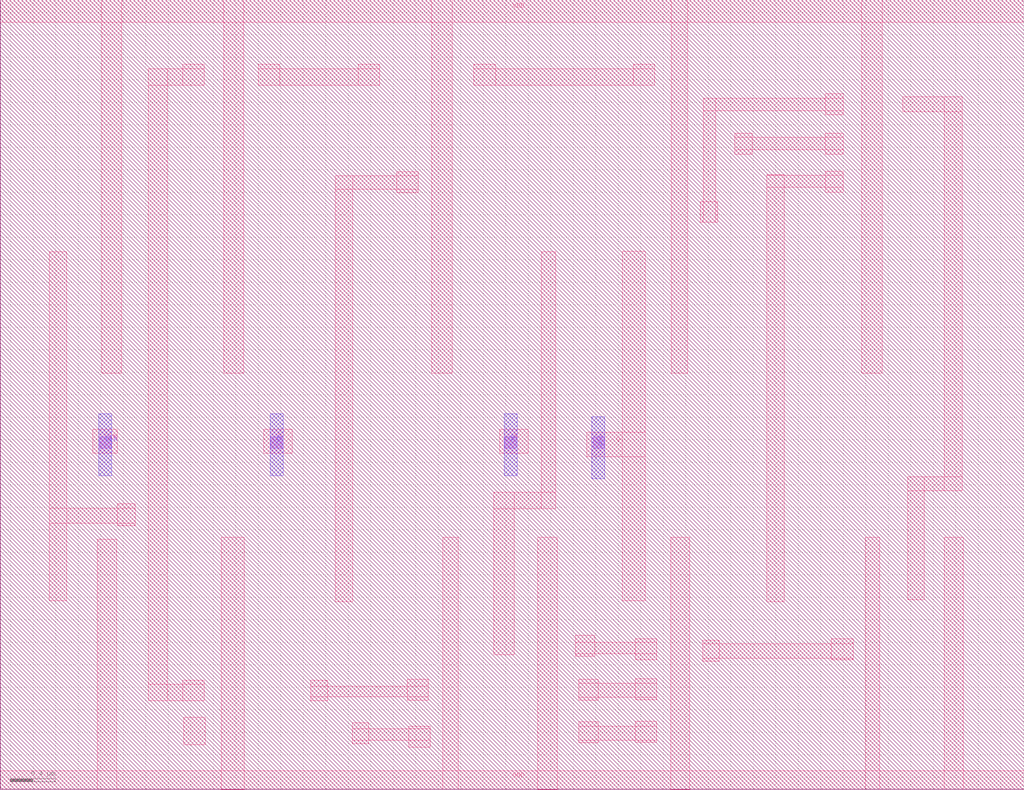
<source format=lef>
NAMESCASESENSITIVE ON ;
BUSBITCHARS "[]" ;

UNITS
  DATABASE MICRONS 1000 ;
END UNITS

MANUFACTURINGGRID 0.001 ;

DIVIDERCHAR "/" ;

LAYER M1
  TYPE ROUTING ;
  DIRECTION HORIZONTAL ;
  PITCH 0.26 0.26 ;
  WIDTH 0.09 ;
  AREA 0.042 ;
  SPACING 0.1 ;
  SPACING 0.19 RANGE 1.76 4 ;
  SPACING 0.29 RANGE 4 8 ;
  SPACING 1.05 RANGE 8 25 ;
  SPACING 1.85 RANGE 25 100000 ;
END M1

LAYER V1
  TYPE CUT ;
END V1

LAYER M2
  TYPE ROUTING ;
  DIRECTION VERTICAL ;
  PITCH 0.26 0.26 ;
  WIDTH 0.12 ;
  AREA 0.052 ;
  SPACING 0.1 ;
  SPACING 0.19 RANGE 1.76 4 ;
  SPACING 0.29 RANGE 4 8 ;
  SPACING 1.05 RANGE 8 25 ;
  SPACING 1.85 RANGE 25 100000 ;
END M2

LAYER V2
  TYPE CUT ;
END V2

LAYER M3
  TYPE ROUTING ;
  DIRECTION HORIZONTAL ;
  PITCH 0.26 0.26 ;
  WIDTH 0.12 ;
  AREA 0.052 ;
  SPACING 0.1 ;
  SPACING 0.19 RANGE 1.76 4 ;
  SPACING 0.29 RANGE 4 8 ;
  SPACING 1.05 RANGE 8 25 ;
  SPACING 1.85 RANGE 25 100000 ;
END M3

LAYER V3
  TYPE CUT ;
END V3

LAYER M4
  TYPE ROUTING ;
  DIRECTION VERTICAL ;
  PITCH 0.26 0.26 ;
  WIDTH 0.12 ;
  AREA 0.052 ;
  SPACING 0.1 ;
  SPACING 0.19 RANGE 1.76 4 ;
  SPACING 0.29 RANGE 4 8 ;
  SPACING 1.05 RANGE 8 25 ;
  SPACING 1.85 RANGE 25 100000 ;
END M4

LAYER V4
  TYPE CUT ;
END V4

LAYER M5
  TYPE ROUTING ;
  DIRECTION HORIZONTAL ;
  PITCH 0.26 0.26 ;
  WIDTH 0.12 ;
  AREA 0.052 ;
  SPACING 0.1 ;
  SPACING 0.19 RANGE 1.76 4 ;
  SPACING 0.29 RANGE 4 8 ;
  SPACING 1.05 RANGE 8 25 ;
  SPACING 1.85 RANGE 25 100000 ;
END M5

LAYER V5
  TYPE CUT ;
END V5

LAYER M6
  TYPE ROUTING ;
  DIRECTION VERTICAL ;
  PITCH 0.26 0.26 ;
  WIDTH 0.12 ;
  AREA 0.052 ;
  SPACING 0.1 ;
  SPACING 0.19 RANGE 1.76 4 ;
  SPACING 0.29 RANGE 4 8 ;
  SPACING 1.05 RANGE 8 25 ;
  SPACING 1.85 RANGE 25 100000 ;
  END M6

LAYER OVERLAP
  TYPE OVERLAP ;
END OVERLAP

SPACING
  SAMENET M1  M1    0.09 STACK ;
  SAMENET M2  M2    0.1 STACK ;
  SAMENET M3  M3    0.1 STACK ;
  SAMENET M4  M4    0.1 STACK ;
  SAMENET M5  M5    0.1 STACK ;
  SAMENET M6  M6    0.1 STACK ;
  SAMENET V1  V1    0.1 ;
  SAMENET V2  V2    0.1 ;
  SAMENET V3  V3    0.1 ;
  SAMENET V4  V4    0.1 ;
  SAMENET V5  V5    0.1 ;
  SAMENET V1  V2    0.00 STACK ;
  SAMENET V2  V3    0.00 STACK ;
  SAMENET V3  V4    0.00 STACK ;
  SAMENET V4  V5    0.00 STACK ;
  SAMENET V1  V3    0.00 STACK ;
  SAMENET V2  V4    0.00 STACK ;
  SAMENET V3  V5    0.00 STACK ;
  SAMENET V1  V4    0.00 STACK ;
  SAMENET V2  V5    0.00 STACK ;
  SAMENET V1  V5    0.00 STACK ;
END SPACING


VIA via5 DEFAULT
  LAYER M5 ;
    RECT -0.07 -0.07 0.07 0.07 ;
  LAYER V5 ;
    RECT -0.05 -0.05 0.05 0.05 ;
  LAYER M6 ;
    RECT -0.07 -0.07 0.07 0.07 ;
END via5

VIA via4 DEFAULT
  LAYER M4 ;
    RECT -0.07 -0.07 0.07 0.07 ;
  LAYER V4 ;
    RECT -0.05 -0.05 0.05 0.05 ;
  LAYER M5 ;
    RECT -0.07 -0.07 0.07 0.07 ;
END via4

VIA via3 DEFAULT
  LAYER M4 ;
    RECT -0.07 -0.07 0.07 0.07 ;
  LAYER V3 ;
    RECT -0.05 -0.05 0.05 0.05 ;
  LAYER M3 ;
    RECT -0.07 -0.07 0.07 0.07 ;
END via3

VIA via2 DEFAULT
  LAYER M3 ;
    RECT -0.07 -0.07 0.07 0.07 ;
  LAYER V2 ;
    RECT -0.05 -0.05 0.05 0.05 ;
  LAYER M2 ;
    RECT -0.07 -0.07 0.07 0.07 ;
END via2

VIA via1 DEFAULT
  LAYER M2 ;
    RECT -0.07 -0.07 0.07 0.07 ;
  LAYER V1 ;
    RECT -0.05 -0.05 0.05 0.05 ;
  LAYER M1 ;
    RECT -0.07 -0.07 0.07 0.07 ;
END via1


VIARULE via1Array GENERATE
  LAYER M1 ;
  DIRECTION HORIZONTAL ;
  OVERHANG 0.045 ;
    METALOVERHANG 0 ;
  LAYER M2 ;
  DIRECTION VERTICAL ;
    OVERHANG 0.045 ;
    METALOVERHANG 0 ;
  LAYER V1 ;
    RECT -0.05 -0.05 0.05 0.05 ;
    SPACING 0.2 BY 0.2 ;
END via1Array


VIARULE via2Array GENERATE
  LAYER M3 ;
    DIRECTION HORIZONTAL ;
    OVERHANG 0.03 ;
    METALOVERHANG 0 ;
  LAYER M2 ;
  DIRECTION VERTICAL ;
    OVERHANG 0.03 ;
    METALOVERHANG 0 ;
  LAYER V2 ;
    RECT -0.05 -0.05 0.05 0.05 ;
    SPACING 0.2 BY 0.2 ;
END via2Array


VIARULE via3Array GENERATE
  LAYER M3 ;
    DIRECTION HORIZONTAL ;
    OVERHANG 0.03 ;
    METALOVERHANG 0 ;
  LAYER M4 ;
    DIRECTION VERTICAL ;
    OVERHANG 0.03 ;
    METALOVERHANG 0 ;
  LAYER V3 ;
    RECT -0.05 -0.05 0.05 0.05 ;
    SPACING 0.2 BY 0.2 ;
END via3Array

VIARULE via4Array GENERATE
  LAYER M5 ;
    DIRECTION HORIZONTAL ;
    OVERHANG 0.03 ;
    METALOVERHANG 0 ;
  LAYER M4 ;
    DIRECTION VERTICAL ;
    OVERHANG 0.03 ;
    METALOVERHANG 0 ;
  LAYER V4 ;
    RECT -0.05 -0.05 0.05 0.05 ;
    SPACING 0.2 BY 0.2 ;
END via4Array

VIARULE via5Array GENERATE
  LAYER M5 ;
    DIRECTION HORIZONTAL ;
    OVERHANG 0.03 ;
    METALOVERHANG 0 ;
  LAYER M6 ;
    DIRECTION VERTICAL ;
    OVERHANG 0.045 ;
    METALOVERHANG 0 ;
  LAYER V5 ;
    RECT -0.05 -0.05 0.05 0.05 ;
    SPACING 0.2 BY 0.2 ;
END via5Array

VIARULE TURNM1 GENERATE
  LAYER M1 ;
    DIRECTION HORIZONTAL ;
  LAYER M1 ;
    DIRECTION VERTICAL ;
END TURNM1

VIARULE TURNM2 GENERATE
  LAYER M2 ;
    DIRECTION HORIZONTAL ;
  LAYER M2 ;
    DIRECTION VERTICAL ;
END TURNM2

VIARULE TURNM3 GENERATE
  LAYER M3 ;
    DIRECTION HORIZONTAL ;
  LAYER M3 ;
    DIRECTION VERTICAL ;
END TURNM3

VIARULE TURNM4 GENERATE
  LAYER M4 ;
    DIRECTION HORIZONTAL ;
  LAYER M4 ;
    DIRECTION VERTICAL ;
END TURNM4

VIARULE TURNM5 GENERATE
  LAYER M5 ;
    DIRECTION HORIZONTAL ;
  LAYER M5 ;
    DIRECTION VERTICAL ;
END TURNM5

VIARULE TURNM6 GENERATE
  LAYER M6 ;
    DIRECTION HORIZONTAL ;
  LAYER M6 ;
    DIRECTION VERTICAL ;
END TURNM6


SITE  CoreSite
    CLASS       CORE ;
    SYMMETRY    Y ;
    SYMMETRY    X ;
    SIZE        0.260 BY 7.02 ;
END  CoreSite

SITE  TDCoverSite
    CLASS       CORE ;
    SIZE        0.0500 BY 0.0500 ;
END  TDCoverSite

SITE  SBlockSite
    CLASS       CORE ;
    SIZE        0.0500 BY 0.0500 ;
END  SBlockSite

SITE  PortCellSite
    CLASS       PAD ;
    SIZE        0.0500 BY 0.0500 ;
END  PortCellSite

SITE  Core
    CLASS       CORE ;
    SYMMETRY    Y ;
    SYMMETRY    X ;
    SIZE        0.260 BY 7.02 ;
END  Core

MACRO AOI211
  CLASS CORE ;
  ORIGIN 10.388 8.432 ;
  FOREIGN AOI211 -10.388 -8.432 ;
  SIZE 2.6 BY 7.02 ;
  SYMMETRY X Y ;
  SITE CoreSite ;
  PIN gnd
    DIRECTION INOUT ;
    USE GROUND ;
    SHAPE ABUTMENT ;
    PORT
      LAYER M1 ;
        RECT -10.123 -8.432 -10.023 -6.195 ;
        RECT -8.788 -8.432 -8.688 -6.206 ;
        RECT -10.388 -8.432 -7.788 -8.266 ;
    END
  END gnd
  PIN vdd
    DIRECTION INOUT ;
    USE POWER ;
    SHAPE ABUTMENT ;
    PORT
      LAYER M1 ;
        RECT -8.45 -4.746 -8.35 -1.412 ;
        RECT -10.388 -1.621 -7.788 -1.412 ;
    END
  END vdd
  PIN IN_A
    DIRECTION INPUT ;
    USE SIGNAL ;
    PORT
      LAYER V1 ;
        RECT -10.037 -5.397 -9.937 -5.297 ;
      LAYER M2 ;
        RECT -10.059 -5.798 -9.934 -4.907 ;
      LAYER M1 ;
        RECT -10.096 -5.705 -9.929 -5.183 ;
    END
  END IN_A
  PIN IN_B
    DIRECTION INPUT ;
    USE SIGNAL ;
    PORT
      LAYER V1 ;
        RECT -9.552 -5.397 -9.452 -5.297 ;
      LAYER M2 ;
        RECT -9.557 -5.798 -9.452 -4.907 ;
      LAYER M1 ;
        RECT -9.568 -5.705 -9.451 -5.183 ;
    END
  END IN_B
  PIN IN_C
    DIRECTION INPUT ;
    USE SIGNAL ;
    PORT
      LAYER V1 ;
        RECT -9.244 -5.397 -9.144 -5.297 ;
      LAYER M2 ;
        RECT -9.245 -5.807 -9.131 -4.916 ;
      LAYER M1 ;
        RECT -9.261 -5.705 -9.124 -5.183 ;
    END
  END IN_C
  PIN IN_D
    DIRECTION INPUT ;
    USE SIGNAL ;
    PORT
      LAYER V1 ;
        RECT -8.73 -5.397 -8.63 -5.297 ;
      LAYER M2 ;
        RECT -8.742 -5.798 -8.612 -4.907 ;
      LAYER M1 ;
        RECT -8.768 -5.705 -8.604 -5.183 ;
    END
  END IN_D
  PIN OUT
    DIRECTION OUTPUT ;
    USE SIGNAL ;
    PORT
      LAYER V1 ;
        RECT -8.481 -5.397 -8.381 -5.297 ;
      LAYER M2 ;
        RECT -8.499 -5.885 -8.339 -4.937 ;
      LAYER M1 ;
        RECT -9.811 -6.112 -8.326 -6.012 ;
        RECT -8.481 -6.757 -8.381 -5.16 ;
        RECT -9.282 -6.747 -9.182 -6.012 ;
        RECT -9.811 -6.112 -9.711 -3.797 ;
    END
  END OUT
  OBS
    LAYER M1 ;
      RECT -10.096 -5.705 -9.929 -5.183 ;
      RECT -9.568 -5.705 -9.451 -5.183 ;
      RECT -10.092 -4.755 -9.992 -3.282 ;
      RECT -9.29 -4.736 -9.19 -3.282 ;
      RECT -10.092 -3.382 -9.19 -3.282 ;
      RECT -9.261 -5.705 -9.124 -5.183 ;
      RECT -8.768 -5.705 -8.604 -5.183 ;
      RECT -9.282 -6.747 -9.182 -6.012 ;
      RECT -9.811 -6.112 -8.326 -6.012 ;
      RECT -8.481 -6.757 -8.381 -5.16 ;
      RECT -9.811 -6.112 -9.711 -3.797 ;
      RECT -8.45 -4.746 -8.35 -1.412 ;
      RECT -10.388 -1.621 -7.788 -1.412 ;
      RECT -10.388 -8.432 -7.788 -8.266 ;
      RECT -8.788 -8.432 -8.688 -6.206 ;
      RECT -10.123 -8.432 -10.023 -6.195 ;
    LAYER V1 ;
      RECT -10.037 -5.397 -9.937 -5.297 ;
      RECT -9.552 -5.397 -9.452 -5.297 ;
      RECT -9.244 -5.397 -9.144 -5.297 ;
      RECT -8.73 -5.397 -8.63 -5.297 ;
      RECT -8.481 -5.397 -8.381 -5.297 ;
    LAYER M2 ;
      RECT -10.059 -5.798 -9.934 -4.907 ;
      RECT -9.557 -5.798 -9.452 -4.907 ;
      RECT -9.245 -5.807 -9.131 -4.916 ;
      RECT -8.742 -5.798 -8.612 -4.907 ;
      RECT -8.499 -5.885 -8.339 -4.937 ;
  END
END AOI211

MACRO AOI22
  CLASS CORE ;
  ORIGIN -4.833 0.38 ;
  FOREIGN AOI22 4.833 -0.38 ;
  SIZE 3.12 BY 7.02 ;
  SYMMETRY X Y ;
  SITE CoreSite ;
  PIN GND
    DIRECTION INOUT ;
    USE GROUND ;
    SHAPE ABUTMENT ;
    PORT
      LAYER M1 ;
        RECT 6.235 -0.38 6.407 1.856 ;
        RECT 4.833 -0.38 7.953 -0.214 ;
    END
  END GND
  PIN IN_B
    DIRECTION INPUT ;
    USE SIGNAL ;
    PORT
      LAYER V1 ;
        RECT 5.963 2.674 6.063 2.774 ;
      LAYER M2 ;
        RECT 5.948 2.404 6.077 2.954 ;
      LAYER M1 ;
        RECT 5.894 2.602 6.093 2.818 ;
    END
  END IN_B
  PIN IN_D
    DIRECTION INPUT ;
    USE SIGNAL ;
    PORT
      LAYER V1 ;
        RECT 6.483 2.674 6.583 2.774 ;
      LAYER M2 ;
        RECT 6.468 2.404 6.597 2.954 ;
      LAYER M1 ;
        RECT 6.414 2.602 6.613 2.818 ;
    END
  END IN_D
  PIN OUT
    DIRECTION OUTPUT ;
    USE SIGNAL ;
    PORT
      LAYER V1 ;
        RECT 6.738 2.674 6.838 2.774 ;
      LAYER M2 ;
        RECT 6.718 2.404 6.847 2.954 ;
      LAYER M1 ;
        RECT 7.319 1.322 7.465 2.167 ;
        RECT 5.368 1.947 7.465 2.068 ;
        RECT 6.707 1.947 6.857 4.846 ;
        RECT 5.368 1.326 5.505 2.162 ;
    END
  END OUT
  PIN VDD
    DIRECTION INOUT ;
    USE POWER ;
    SHAPE ABUTMENT ;
    PORT
      LAYER M1 ;
        RECT 5.771 3.225 5.917 6.64 ;
        RECT 4.833 6.435 7.953 6.64 ;
    END
  END VDD
  PIN IN_C
    DIRECTION INPUT ;
    USE SIGNAL ;
    PORT
      LAYER V1 ;
        RECT 7.003 2.674 7.103 2.774 ;
      LAYER M2 ;
        RECT 6.988 2.404 7.117 2.954 ;
      LAYER M1 ;
        RECT 6.95 2.57 7.135 2.848 ;
    END
  END IN_C
  PIN IN_A
    DIRECTION INPUT ;
    USE SIGNAL ;
    PORT
      LAYER V1 ;
        RECT 5.448 2.674 5.548 2.774 ;
      LAYER M2 ;
        RECT 5.428 2.404 5.557 2.954 ;
      LAYER M1 ;
        RECT 5.386 2.602 5.586 2.818 ;
    END
  END IN_A
  OBS
    LAYER M1 ;
      RECT 5.386 2.602 5.586 2.818 ;
      RECT 5.894 2.602 6.093 2.818 ;
      RECT 6.414 2.602 6.613 2.818 ;
      RECT 6.95 2.57 7.135 2.848 ;
      RECT 5.252 3.008 6.404 3.123 ;
      RECT 5.252 3.008 5.388 4.842 ;
      RECT 6.275 3.008 6.404 5.235 ;
      RECT 7.318 3.185 7.455 5.235 ;
      RECT 6.275 5.111 7.455 5.235 ;
      RECT 5.368 1.947 7.465 2.068 ;
      RECT 5.368 1.326 5.505 2.162 ;
      RECT 7.319 1.322 7.465 2.167 ;
      RECT 6.707 1.947 6.857 4.846 ;
      RECT 5.771 3.225 5.917 6.64 ;
      RECT 4.833 6.435 7.953 6.64 ;
      RECT 4.833 -0.38 7.953 -0.214 ;
      RECT 6.235 -0.38 6.407 1.856 ;
    LAYER V1 ;
      RECT 5.448 2.674 5.548 2.774 ;
      RECT 5.963 2.674 6.063 2.774 ;
      RECT 6.483 2.674 6.583 2.774 ;
      RECT 6.738 2.674 6.838 2.774 ;
      RECT 7.003 2.674 7.103 2.774 ;
    LAYER M2 ;
      RECT 5.428 2.404 5.557 2.954 ;
      RECT 5.948 2.404 6.077 2.954 ;
      RECT 6.468 2.404 6.597 2.954 ;
      RECT 6.718 2.404 6.847 2.954 ;
      RECT 6.988 2.404 7.117 2.954 ;
  END
END AOI22

MACRO DFF
  CLASS CORE ;
  ORIGIN 8.692 1.308 ;
  FOREIGN DFF -8.692 -1.308 ;
  SIZE 9.1 BY 7.02 ;
  SYMMETRY X Y ;
  SITE CoreSite ;
  PIN Q
    DIRECTION OUTPUT ;
    USE SIGNAL ;
    PORT
      LAYER V1 ;
        RECT -3.423 1.725 -3.323 1.825 ;
      LAYER M2 ;
        RECT -3.434 1.451 -3.318 2.002 ;
      LAYER M1 ;
        RECT -3.166 0.369 -2.961 3.473 ;
        RECT -3.478 1.65 -2.961 1.866 ;
    END
  END Q
  PIN R
    DIRECTION INPUT ;
    USE SIGNAL ;
    PORT
      LAYER V1 ;
        RECT -4.207 1.725 -4.107 1.825 ;
      LAYER M2 ;
        RECT -4.213 1.479 -4.097 2.03 ;
      LAYER M1 ;
        RECT -4.254 1.678 -3.998 1.894 ;
    END
  END R
  PIN D
    DIRECTION INPUT ;
    USE SIGNAL ;
    PORT
      LAYER V1 ;
        RECT -6.286 1.725 -6.186 1.825 ;
      LAYER M2 ;
        RECT -6.293 1.479 -6.177 2.03 ;
      LAYER M1 ;
        RECT -6.352 1.678 -6.096 1.894 ;
    END
  END D
  PIN VDD
    DIRECTION INOUT ;
    USE POWER ;
    PORT
      LAYER M1 ;
        RECT -7.791 2.391 -7.611 5.712 ;
        RECT -6.706 2.391 -6.526 5.712 ;
        RECT -4.855 2.391 -4.675 5.712 ;
        RECT -2.73 2.391 -2.581 5.712 ;
        RECT -1.034 2.391 -0.854 5.712 ;
        RECT -8.692 5.512 0.408 5.712 ;
    END
  END VDD
  PIN GND
    DIRECTION INOUT ;
    USE GROUND ;
    PORT
      LAYER M1 ;
        RECT -7.829 -1.308 -7.657 0.917 ;
        RECT -6.726 -1.309 -6.522 0.932 ;
        RECT -4.761 -1.308 -4.621 0.932 ;
        RECT -3.914 -1.309 -3.743 0.932 ;
        RECT -2.733 -1.309 -2.562 0.932 ;
        RECT -1.004 -1.308 -0.874 0.932 ;
        RECT -0.303 -1.308 -0.132 0.932 ;
        RECT -8.692 -1.308 0.408 -1.142 ;
    END
  END GND
  PIN CLK
    DIRECTION INPUT ;
    USE SIGNAL ;
    PORT
      LAYER V1 ;
        RECT -7.807 1.725 -7.707 1.825 ;
      LAYER M2 ;
        RECT -7.816 1.479 -7.7 2.03 ;
      LAYER M1 ;
        RECT -7.869 1.678 -7.653 1.894 ;
    END
  END CLK
  OBS
    LAYER M1 ;
      RECT -7.869 1.678 -7.653 1.894 ;
      RECT -8.256 1.057 -7.494 1.19 ;
      RECT -7.652 1.034 -7.494 1.233 ;
      RECT -8.255 0.368 -8.099 3.471 ;
      RECT -7.378 -0.522 -6.878 -0.372 ;
      RECT -7.071 -0.522 -6.878 -0.336 ;
      RECT -7.377 -0.522 -7.206 5.099 ;
      RECT -7.377 4.949 -6.878 5.099 ;
      RECT -7.071 4.949 -6.878 5.135 ;
      RECT -7.062 -0.911 -6.87 -0.668 ;
      RECT -6.352 1.678 -6.096 1.894 ;
      RECT -6.401 4.949 -5.318 5.099 ;
      RECT -6.401 4.949 -6.208 5.135 ;
      RECT -5.511 4.949 -5.318 5.135 ;
      RECT -5.714 0.361 -5.557 4.146 ;
      RECT -5.714 4.027 -4.976 4.146 ;
      RECT -5.17 3.996 -4.976 4.182 ;
      RECT -5.932 -0.484 -4.89 -0.391 ;
      RECT -5.932 -0.522 -5.783 -0.336 ;
      RECT -5.073 -0.515 -4.89 -0.329 ;
      RECT -5.565 -0.871 -4.87 -0.77 ;
      RECT -5.063 -0.933 -4.87 -0.747 ;
      RECT -5.565 -0.901 -5.416 -0.715 ;
      RECT -4.254 1.678 -3.998 1.894 ;
      RECT -4.306 -0.11 -4.122 1.334 ;
      RECT -4.306 1.185 -3.753 1.334 ;
      RECT -3.884 1.185 -3.753 3.471 ;
      RECT -3.478 1.65 -2.961 1.866 ;
      RECT -3.166 0.369 -2.961 3.473 ;
      RECT -4.483 4.949 -2.875 5.099 ;
      RECT -4.483 4.949 -4.29 5.135 ;
      RECT -3.068 4.949 -2.875 5.135 ;
      RECT -3.581 -0.102 -2.857 0 ;
      RECT -3.05 -0.155 -2.857 0.031 ;
      RECT -3.581 -0.125 -3.408 0.061 ;
      RECT -3.552 -0.49 -2.857 -0.366 ;
      RECT -3.552 -0.515 -3.379 -0.329 ;
      RECT -3.05 -0.509 -2.857 -0.323 ;
      RECT -3.552 -0.869 -2.857 -0.745 ;
      RECT -3.552 -0.894 -3.379 -0.708 ;
      RECT -3.05 -0.888 -2.857 -0.702 ;
      RECT -2.47 3.731 -2.313 3.917 ;
      RECT -2.442 3.731 -2.335 4.833 ;
      RECT -2.442 4.724 -1.202 4.833 ;
      RECT -1.36 4.689 -1.202 4.875 ;
      RECT -2.166 4.378 -1.202 4.487 ;
      RECT -2.166 4.337 -2.008 4.523 ;
      RECT -1.359 4.337 -1.202 4.523 ;
      RECT -1.881 4.042 -1.202 4.151 ;
      RECT -1.881 0.361 -1.724 4.155 ;
      RECT -1.359 4.001 -1.202 4.187 ;
      RECT -2.449 -0.143 -1.112 -0.013 ;
      RECT -2.449 -0.167 -2.3 0.019 ;
      RECT -1.305 -0.155 -1.112 0.031 ;
      RECT -0.628 0.379 -0.482 1.472 ;
      RECT -0.628 1.347 -0.143 1.472 ;
      RECT -0.3 1.347 -0.143 4.848 ;
      RECT -0.672 4.716 -0.143 4.848 ;
      RECT -7.791 2.391 -7.611 5.712 ;
      RECT -6.706 2.391 -6.526 5.712 ;
      RECT -4.855 2.391 -4.675 5.712 ;
      RECT -2.73 2.391 -2.581 5.712 ;
      RECT -1.034 2.391 -0.854 5.712 ;
      RECT -8.692 5.512 0.408 5.712 ;
      RECT -8.692 -1.308 0.408 -1.142 ;
      RECT -7.829 -1.308 -7.657 0.917 ;
      RECT -6.726 -1.309 -6.522 0.932 ;
      RECT -4.761 -1.308 -4.621 0.932 ;
      RECT -3.914 -1.309 -3.743 0.932 ;
      RECT -2.733 -1.309 -2.562 0.932 ;
      RECT -1.004 -1.308 -0.874 0.932 ;
      RECT -0.303 -1.308 -0.132 0.932 ;
    LAYER V1 ;
      RECT -7.807 1.725 -7.707 1.825 ;
      RECT -6.286 1.725 -6.186 1.825 ;
      RECT -4.207 1.725 -4.107 1.825 ;
      RECT -3.423 1.725 -3.323 1.825 ;
    LAYER M2 ;
      RECT -7.816 1.479 -7.7 2.03 ;
      RECT -6.293 1.479 -6.177 2.03 ;
      RECT -4.213 1.479 -4.097 2.03 ;
      RECT -3.434 1.451 -3.318 2.002 ;
  END
END DFF

MACRO FILLERCELL
  CLASS CORE ;
  ORIGIN -1.717 2.04 ;
  FOREIGN FILLERCELL 1.717 -2.04 ;
  SIZE 0.26 BY 7.02 ;
  SYMMETRY X Y ;
  SITE CoreSite ;
  PIN GND
    DIRECTION INOUT ;
    USE GROUND ;
    PORT
      LAYER M1 ;
        RECT 1.717 -2.04 1.977 -1.874 ;
    END
  END GND
  PIN VDD
    DIRECTION INOUT ;
    USE POWER ;
    PORT
      LAYER M1 ;
        RECT 1.717 4.771 1.977 4.98 ;
    END
  END VDD
  OBS
    LAYER M1 ;
      RECT 1.717 4.771 1.977 4.98 ;
      RECT 1.717 -2.04 1.977 -1.874 ;
  END
END FILLERCELL

MACRO INV
  CLASS CORE ;
  ORIGIN 8.566 2.687 ;
  FOREIGN INV -8.566 -2.687 ;
  SIZE 1.04 BY 7.02 ;
  SYMMETRY X Y ;
  SITE CoreSite ;
  PIN GND
    DIRECTION INOUT ;
    USE GROUND ;
    PORT
      LAYER M1 ;
        RECT -8.198 -2.687 -8.027 -0.421 ;
        RECT -8.566 -2.687 -7.526 -2.521 ;
    END
  END GND
  PIN OUT
    DIRECTION OUTPUT ;
    USE SIGNAL ;
    PORT
      LAYER V1 ;
        RECT -7.681 0.348 -7.581 0.448 ;
      LAYER M2 ;
        RECT -7.808 0.096 -7.576 0.647 ;
      LAYER M1 ;
        RECT -7.865 0.295 -7.545 0.511 ;
        RECT -7.865 -1.006 -7.722 2.128 ;
    END
  END OUT
  PIN VDD
    DIRECTION INOUT ;
    USE POWER ;
    PORT
      LAYER M1 ;
        RECT -8.194 0.994 -8.031 4.333 ;
        RECT -8.566 4.124 -7.526 4.333 ;
    END
  END VDD
  PIN IN
    DIRECTION INPUT ;
    USE SIGNAL ;
    PORT
      LAYER V1 ;
        RECT -8.201 0.348 -8.101 0.448 ;
      LAYER M2 ;
        RECT -8.232 0.097 -8.007 0.647 ;
      LAYER M1 ;
        RECT -8.237 0.295 -7.98 0.511 ;
    END
  END IN
  OBS
    LAYER M1 ;
      RECT -8.237 0.295 -7.98 0.511 ;
      RECT -7.865 0.295 -7.545 0.511 ;
      RECT -7.865 -1.006 -7.722 2.128 ;
      RECT -8.194 0.994 -8.031 4.333 ;
      RECT -8.566 4.124 -7.526 4.333 ;
      RECT -8.566 -2.687 -7.526 -2.521 ;
      RECT -8.198 -2.687 -8.027 -0.421 ;
    LAYER V1 ;
      RECT -8.201 0.348 -8.101 0.448 ;
      RECT -7.681 0.348 -7.581 0.448 ;
    LAYER M2 ;
      RECT -8.232 0.097 -8.007 0.647 ;
      RECT -7.808 0.096 -7.576 0.647 ;
  END
END INV

MACRO MUX
  CLASS CORE ;
  ORIGIN -15.058 10.248 ;
  FOREIGN MUX 15.058 -10.248 ;
  SIZE 4.94 BY 7.02 ;
  SYMMETRY X Y ;
  SITE CoreSite ;
  PIN vdd
    DIRECTION INOUT ;
    USE POWER ;
    SHAPE ABUTMENT ;
    PORT
      LAYER M1 ;
        RECT 16.282 -6.611 16.382 -3.228 ;
        RECT 18.703 -6.611 18.803 -3.228 ;
        RECT 15.058 -3.437 19.998 -3.228 ;
    END
  END vdd
  PIN gnd
    DIRECTION INOUT ;
    USE GROUND ;
    SHAPE ABUTMENT ;
    PORT
      LAYER M1 ;
        RECT 16.274 -10.248 16.375 -7.983 ;
        RECT 18.676 -10.248 18.776 -7.833 ;
        RECT 15.058 -10.248 19.998 -10.082 ;
    END
  END gnd
  PIN S
    DIRECTION INPUT ;
    USE SIGNAL ;
    PORT
      LAYER V1 ;
        RECT 16.194 -7.213 16.294 -7.113 ;
      LAYER M2 ;
        RECT 16.147 -7.604 16.328 -6.739 ;
      LAYER M1 ;
        RECT 16.112 -7.451 16.332 -7.005 ;
    END
  END S
  PIN IN_A
    DIRECTION INPUT ;
    USE SIGNAL ;
    PORT
      LAYER V1 ;
        RECT 16.704 -7.213 16.804 -7.113 ;
      LAYER M2 ;
        RECT 16.677 -7.604 16.858 -6.739 ;
      LAYER M1 ;
        RECT 16.645 -7.451 16.865 -7.005 ;
    END
  END IN_A
  PIN IN_B
    DIRECTION INPUT ;
    USE SIGNAL ;
    PORT
      LAYER V1 ;
        RECT 18.519 -7.213 18.619 -7.113 ;
      LAYER M2 ;
        RECT 18.495 -7.604 18.676 -6.739 ;
      LAYER M1 ;
        RECT 18.47 -7.451 18.69 -7.005 ;
    END
  END IN_B
  PIN OUT
    DIRECTION OUTPUT ;
    USE SIGNAL ;
    PORT
      LAYER V1 ;
        RECT 19.278 -7.213 19.378 -7.113 ;
      LAYER M2 ;
        RECT 19.219 -7.604 19.449 -6.739 ;
      LAYER M1 ;
        RECT 19.278 -8.571 19.378 -5.431 ;
    END
  END OUT
  OBS
    LAYER M1 ;
      RECT 15.725 -8.923 15.825 -4.623 ;
      RECT 16.112 -7.451 16.332 -7.005 ;
      RECT 16.645 -7.451 16.865 -7.005 ;
      RECT 17.449 -8.932 17.549 -5.431 ;
      RECT 18.47 -7.451 18.69 -7.005 ;
      RECT 19.278 -8.571 19.378 -5.431 ;
      RECT 16.282 -6.611 16.382 -3.228 ;
      RECT 18.703 -6.611 18.803 -3.228 ;
      RECT 15.058 -3.437 19.998 -3.228 ;
      RECT 15.058 -10.248 19.998 -10.082 ;
      RECT 16.274 -10.248 16.375 -7.983 ;
      RECT 18.676 -10.248 18.776 -7.833 ;
    LAYER V1 ;
      RECT 16.194 -7.213 16.294 -7.113 ;
      RECT 16.704 -7.213 16.804 -7.113 ;
      RECT 18.519 -7.213 18.619 -7.113 ;
      RECT 19.278 -7.213 19.378 -7.113 ;
    LAYER M2 ;
      RECT 16.147 -7.604 16.328 -6.739 ;
      RECT 16.677 -7.604 16.858 -6.739 ;
      RECT 18.495 -7.604 18.676 -6.739 ;
      RECT 19.219 -7.604 19.449 -6.739 ;
  END
END MUX

MACRO NAND
  CLASS CORE ;
  ORIGIN 2.206 9.958 ;
  FOREIGN NAND -2.206 -9.958 ;
  SIZE 1.82 BY 7.02 ;
  SYMMETRY X Y ;
  SITE CoreSite ;
  PIN VDD
    DIRECTION INOUT ;
    USE POWER ;
    PORT
      LAYER M1 ;
        RECT -1.976 -6.264 -1.804 -2.938 ;
        RECT -1.12 -6.264 -0.972 -2.938 ;
        RECT -2.206 -3.142 -0.386 -2.938 ;
    END
  END VDD
  PIN OUT
    DIRECTION OUTPUT ;
    USE SIGNAL ;
    PORT
      LAYER V1 ;
        RECT -0.851 -6.923 -0.751 -6.823 ;
      LAYER M2 ;
        RECT -0.863 -7.174 -0.734 -6.624 ;
      LAYER M1 ;
        RECT -1.048 -7.161 -0.711 -6.715 ;
        RECT -1.446 -6.452 -0.893 -6.36 ;
        RECT -1.048 -8.29 -0.893 -6.36 ;
        RECT -1.446 -6.452 -1.277 -5.157 ;
    END
  END OUT
  PIN IN_B
    DIRECTION INPUT ;
    USE SIGNAL ;
    PORT
      LAYER V1 ;
        RECT -1.321 -6.923 -1.221 -6.823 ;
      LAYER M2 ;
        RECT -1.38 -7.174 -1.216 -6.624 ;
      LAYER M1 ;
        RECT -1.405 -6.976 -1.205 -6.76 ;
    END
  END IN_B
  PIN gnd
    DIRECTION INOUT ;
    USE GROUND ;
    SHAPE ABUTMENT ;
    PORT
      LAYER M1 ;
        RECT -1.965 -9.958 -1.8 -7.69 ;
        RECT -2.206 -9.958 -0.386 -9.792 ;
    END
  END gnd
  PIN IN_A
    DIRECTION INPUT ;
    USE SIGNAL ;
    PORT
      LAYER V1 ;
        RECT -1.89 -6.923 -1.79 -6.823 ;
      LAYER M2 ;
        RECT -1.901 -7.174 -1.772 -6.624 ;
      LAYER M1 ;
        RECT -1.955 -6.976 -1.755 -6.76 ;
    END
  END IN_A
  OBS
    LAYER M1 ;
      RECT -1.955 -6.976 -1.755 -6.76 ;
      RECT -1.405 -6.976 -1.205 -6.76 ;
      RECT -1.048 -7.161 -0.711 -6.715 ;
      RECT -1.048 -8.29 -0.893 -6.36 ;
      RECT -1.446 -6.452 -0.893 -6.36 ;
      RECT -1.446 -6.452 -1.277 -5.157 ;
      RECT -1.976 -6.264 -1.804 -2.938 ;
      RECT -1.12 -6.264 -0.972 -2.938 ;
      RECT -2.206 -3.142 -0.386 -2.938 ;
      RECT -2.206 -9.958 -0.386 -9.792 ;
      RECT -1.965 -9.958 -1.8 -7.69 ;
    LAYER V1 ;
      RECT -1.89 -6.923 -1.79 -6.823 ;
      RECT -1.321 -6.923 -1.221 -6.823 ;
      RECT -0.851 -6.923 -0.751 -6.823 ;
    LAYER M2 ;
      RECT -1.901 -7.174 -1.772 -6.624 ;
      RECT -1.38 -7.174 -1.216 -6.624 ;
      RECT -0.863 -7.174 -0.734 -6.624 ;
  END
END NAND

MACRO NOR
  CLASS CORE ;
  ORIGIN 1.769 3.532 ;
  FOREIGN NOR -1.769 -3.532 ;
  SIZE 1.56 BY 7.02 ;
  SYMMETRY X Y ;
  SITE CoreSite ;
  PIN VDD
    DIRECTION INOUT ;
    USE POWER ;
    PORT
      LAYER M1 ;
        RECT -1.453 0.179 -1.324 3.488 ;
        RECT -1.769 3.282 -0.209 3.488 ;
    END
  END VDD
  PIN IN_B
    DIRECTION INPUT ;
    USE SIGNAL ;
    PORT
      LAYER V1 ;
        RECT -0.884 -0.497 -0.784 -0.397 ;
      LAYER M2 ;
        RECT -0.93 -0.739 -0.766 -0.172 ;
      LAYER M1 ;
        RECT -0.949 -0.564 -0.751 -0.308 ;
    END
  END IN_B
  PIN OUT
    DIRECTION OUTPUT ;
    USE SIGNAL ;
    PORT
      LAYER V1 ;
        RECT -0.628 -0.497 -0.528 -0.397 ;
      LAYER M2 ;
        RECT -0.645 -0.736 -0.516 -0.172 ;
      LAYER M1 ;
        RECT -0.64 -0.709 -0.46 -0.263 ;
        RECT -0.64 -1.148 -0.526 1.9 ;
        RECT -1.006 -1.148 -0.526 -1.043 ;
        RECT -1.006 -1.839 -0.835 -1.043 ;
    END
  END OUT
  PIN GND
    DIRECTION INOUT ;
    USE GROUND ;
    PORT
      LAYER M1 ;
        RECT -1.474 -3.532 -1.329 -1.275 ;
        RECT -0.665 -3.532 -0.525 -1.297 ;
        RECT -1.769 -3.532 -0.209 -3.332 ;
    END
  END GND
  PIN IN_A
    DIRECTION INPUT ;
    USE SIGNAL ;
    PORT
      LAYER V1 ;
        RECT -1.404 -0.497 -1.304 -0.397 ;
      LAYER M2 ;
        RECT -1.458 -0.746 -1.285 -0.172 ;
      LAYER M1 ;
        RECT -1.468 -0.588 -1.268 -0.308 ;
    END
  END IN_A
  OBS
    LAYER M1 ;
      RECT -1.468 -0.588 -1.268 -0.308 ;
      RECT -0.949 -0.564 -0.751 -0.308 ;
      RECT -1.006 -1.839 -0.835 -1.043 ;
      RECT -1.006 -1.148 -0.526 -1.043 ;
      RECT -0.64 -0.709 -0.46 -0.263 ;
      RECT -0.64 -1.148 -0.526 1.9 ;
      RECT -1.453 0.179 -1.324 3.488 ;
      RECT -1.769 3.282 -0.209 3.488 ;
      RECT -1.769 -3.532 -0.209 -3.332 ;
      RECT -0.665 -3.532 -0.525 -1.297 ;
      RECT -1.474 -3.532 -1.329 -1.275 ;
    LAYER V1 ;
      RECT -1.404 -0.497 -1.304 -0.397 ;
      RECT -0.884 -0.497 -0.784 -0.397 ;
      RECT -0.628 -0.497 -0.528 -0.397 ;
    LAYER M2 ;
      RECT -1.458 -0.746 -1.285 -0.172 ;
      RECT -0.93 -0.739 -0.766 -0.172 ;
      RECT -0.645 -0.736 -0.516 -0.172 ;
  END
END NOR

MACRO OAI21
  CLASS CORE ;
  ORIGIN -1.12 0.754 ;
  FOREIGN OAI21 1.12 -0.754 ;
  SIZE 1.82 BY 7.02 ;
  SYMMETRY X Y ;
  SITE CoreSite ;
  PIN VDD
    DIRECTION INOUT ;
    USE POWER ;
    PORT
      LAYER M1 ;
        RECT 1.418 2.947 1.583 6.266 ;
        RECT 2.535 2.957 2.68 6.266 ;
        RECT 1.12 6.063 2.94 6.266 ;
    END
  END VDD
  PIN IN_C
    DIRECTION INPUT ;
    USE SIGNAL ;
    PORT
      LAYER V1 ;
        RECT 2.743 2.281 2.843 2.381 ;
      LAYER M2 ;
        RECT 2.724 2.029 2.872 2.58 ;
      LAYER M1 ;
        RECT 2.503 2.228 2.887 2.452 ;
    END
  END IN_C
  PIN OUT
    DIRECTION OUTPUT ;
    USE SIGNAL ;
    PORT
      LAYER V1 ;
        RECT 2.265 2.281 2.365 2.381 ;
      LAYER M2 ;
        RECT 2.245 2.029 2.379 2.58 ;
      LAYER M1 ;
        RECT 2.239 2.228 2.387 2.444 ;
        RECT 2.239 1.72 2.37 4.707 ;
        RECT 1.92 1.72 2.37 1.815 ;
        RECT 1.92 0.932 2.058 1.815 ;
    END
  END OUT
  PIN IN_B
    DIRECTION INPUT ;
    USE SIGNAL ;
    PORT
      LAYER V1 ;
        RECT 2.005 2.281 2.105 2.381 ;
      LAYER M2 ;
        RECT 1.961 2.029 2.127 2.58 ;
      LAYER M1 ;
        RECT 1.879 2.228 2.136 2.444 ;
    END
  END IN_B
  PIN GND
    DIRECTION INOUT ;
    USE GROUND ;
    PORT
      LAYER M1 ;
        RECT 2.534 -0.754 2.703 1.503 ;
        RECT 1.12 -0.754 2.94 -0.588 ;
    END
  END GND
  PIN IN_A
    DIRECTION INPUT ;
    USE SIGNAL ;
    PORT
      LAYER V1 ;
        RECT 1.485 2.281 1.585 2.381 ;
      LAYER M2 ;
        RECT 1.452 2.029 1.601 2.58 ;
      LAYER M1 ;
        RECT 1.366 2.228 1.623 2.444 ;
    END
  END IN_A
  OBS
    LAYER M1 ;
      RECT 1.366 2.228 1.623 2.444 ;
      RECT 1.879 2.228 2.136 2.444 ;
      RECT 1.92 0.932 2.058 1.815 ;
      RECT 1.92 1.72 2.37 1.815 ;
      RECT 2.239 2.228 2.387 2.444 ;
      RECT 2.239 1.72 2.37 4.707 ;
      RECT 1.376 0.554 2.388 0.704 ;
      RECT 2.229 0.554 2.388 1.497 ;
      RECT 1.376 0.554 1.529 1.511 ;
      RECT 2.503 2.228 2.887 2.452 ;
      RECT 1.418 2.947 1.583 6.266 ;
      RECT 2.535 2.957 2.68 6.266 ;
      RECT 1.12 6.063 2.94 6.266 ;
      RECT 1.12 -0.754 2.94 -0.588 ;
      RECT 2.534 -0.754 2.703 1.503 ;
    LAYER V1 ;
      RECT 1.485 2.281 1.585 2.381 ;
      RECT 2.005 2.281 2.105 2.381 ;
      RECT 2.265 2.281 2.365 2.381 ;
      RECT 2.743 2.281 2.843 2.381 ;
    LAYER M2 ;
      RECT 1.452 2.029 1.601 2.58 ;
      RECT 1.961 2.029 2.127 2.58 ;
      RECT 2.245 2.029 2.379 2.58 ;
      RECT 2.724 2.029 2.872 2.58 ;
  END
END OAI21

MACRO XOR
  CLASS CORE ;
  ORIGIN -7.019 8.096 ;
  FOREIGN XOR 7.019 -8.096 ;
  SIZE 3.64 BY 7.02 ;
  SYMMETRY X Y ;
  SITE CoreSite ;
  PIN vdd
    DIRECTION INOUT ;
    USE POWER ;
    SHAPE ABUTMENT ;
    PORT
      LAYER M1 ;
        RECT 8.611 -4.369 8.711 -1.076 ;
        RECT 7.019 -1.285 10.659 -1.076 ;
    END
  END vdd
  PIN gnd
    DIRECTION INOUT ;
    USE GROUND ;
    SHAPE ABUTMENT ;
    PORT
      LAYER M1 ;
        RECT 7.59 -8.096 7.69 -5.854 ;
        RECT 8.577 -8.096 8.677 -5.854 ;
        RECT 10.023 -8.096 10.123 -5.854 ;
        RECT 7.019 -8.096 10.659 -7.93 ;
    END
  END gnd
  PIN IN_A
    DIRECTION INPUT ;
    USE SIGNAL ;
    PORT
      LAYER V1 ;
        RECT 7.859 -5.061 7.959 -4.961 ;
      LAYER M2 ;
        RECT 7.82 -5.445 7.965 -4.551 ;
      LAYER M1 ;
        RECT 7.77 -5.301 7.97 -4.855 ;
    END
  END IN_A
  PIN IN_B
    DIRECTION INPUT ;
    USE SIGNAL ;
    PORT
      LAYER V1 ;
        RECT 8.16 -5.061 8.26 -4.961 ;
      LAYER M2 ;
        RECT 8.089 -5.465 8.268 -4.571 ;
      LAYER M1 ;
        RECT 8.079 -5.301 8.272 -4.855 ;
    END
  END IN_B
  PIN OUT
    DIRECTION OUTPUT ;
    USE SIGNAL ;
    PORT
      LAYER V1 ;
        RECT 9.674 -5.061 9.774 -4.961 ;
      LAYER M2 ;
        RECT 9.588 -5.465 9.775 -4.571 ;
      LAYER M1 ;
        RECT 9.674 -5.621 9.774 -3.329 ;
        RECT 9.184 -5.621 9.774 -5.521 ;
        RECT 9.184 -6.421 9.284 -5.521 ;
    END
  END OUT
  OBS
    LAYER M1 ;
      RECT 7.77 -5.301 7.97 -4.855 ;
      RECT 8.079 -5.301 8.272 -4.855 ;
      RECT 8.117 -6.395 8.217 -5.521 ;
      RECT 7.546 -5.621 8.773 -5.521 ;
      RECT 8.673 -5.301 8.993 -4.855 ;
      RECT 8.673 -5.624 8.773 -4.854 ;
      RECT 7.546 -5.621 7.646 -3.329 ;
      RECT 9.184 -6.421 9.284 -5.521 ;
      RECT 9.184 -5.621 9.774 -5.521 ;
      RECT 9.674 -5.621 9.774 -3.329 ;
      RECT 9.204 -4.369 9.304 -2.946 ;
      RECT 10.09 -4.369 10.19 -2.946 ;
      RECT 9.204 -3.046 10.19 -2.946 ;
      RECT 8.611 -4.369 8.711 -1.076 ;
      RECT 7.019 -1.285 10.659 -1.076 ;
      RECT 7.019 -8.096 10.659 -7.93 ;
      RECT 7.59 -8.096 7.69 -5.854 ;
      RECT 8.577 -8.096 8.677 -5.854 ;
      RECT 10.023 -8.096 10.123 -5.854 ;
    LAYER V1 ;
      RECT 7.859 -5.061 7.959 -4.961 ;
      RECT 8.16 -5.061 8.26 -4.961 ;
      RECT 9.674 -5.061 9.774 -4.961 ;
    LAYER M2 ;
      RECT 7.82 -5.445 7.965 -4.551 ;
      RECT 8.089 -5.465 8.268 -4.571 ;
      RECT 9.588 -5.465 9.775 -4.571 ;
  END
END XOR

END LIBRARY

</source>
